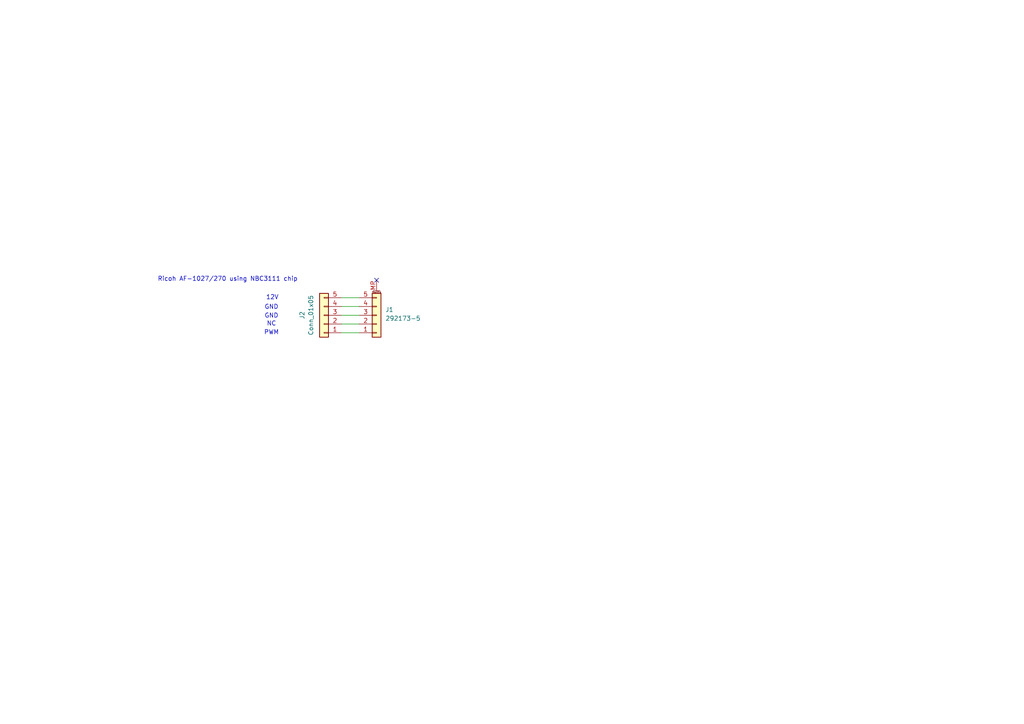
<source format=kicad_sch>
(kicad_sch (version 20231120) (generator "eeschema") (generator_version "8.0")
  (paper "A4")
  (lib_symbols
    (symbol "Connector_Generic:Conn_01x05" (pin_names (offset 1.016) hide)
      (property "Reference" "J" (at 0 7.62 0))
      (property "Value" "Conn_01x05" (at 0 -7.62 0))
      (symbol "Conn_01x05_1_1"
        (rectangle (start -1.27 -4.953) (end 0 -5.207) (stroke (width 0.1524)))
        (rectangle (start -1.27 -2.413) (end 0 -2.667) (stroke (width 0.1524)))
        (rectangle (start -1.27 0.127) (end 0 -0.127) (stroke (width 0.1524)))
        (rectangle (start -1.27 2.667) (end 0 2.413) (stroke (width 0.1524)))
        (rectangle (start -1.27 5.207) (end 0 4.953) (stroke (width 0.1524)))
        (rectangle (start -1.27 6.35) (end 1.27 -6.35) (stroke (width 0.254)) (fill (type background)))
        (pin passive line (at -5.08 5.08 0) (length 3.81) (name "Pin_1") (number "1"))
        (pin passive line (at -5.08 2.54 0) (length 3.81) (name "Pin_2") (number "2"))
        (pin passive line (at -5.08 0 0) (length 3.81) (name "Pin_3") (number "3"))
        (pin passive line (at -5.08 -2.54 0) (length 3.81) (name "Pin_4") (number "4"))
        (pin passive line (at -5.08 -5.08 0) (length 3.81) (name "Pin_5") (number "5"))
      )
    )
    (symbol "Connector_Generic_MountingPin:Conn_01x05_MountingPin" (pin_names (offset 1.016) hide)
      (property "Reference" "J" (at 0 7.62 0))
      (property "Value" "Conn_01x05_MountingPin" (at 1.27 -7.62 0))
      (symbol "Conn_01x05_MountingPin_1_1"
        (rectangle (start -1.27 -4.953) (end 0 -5.207) (stroke (width 0.1524)))
        (rectangle (start -1.27 -2.413) (end 0 -2.667) (stroke (width 0.1524)))
        (rectangle (start -1.27 0.127) (end 0 -0.127) (stroke (width 0.1524)))
        (rectangle (start -1.27 2.667) (end 0 2.413) (stroke (width 0.1524)))
        (rectangle (start -1.27 5.207) (end 0 4.953) (stroke (width 0.1524)))
        (rectangle (start -1.27 6.35) (end 1.27 -6.35) (stroke (width 0.254)) (fill (type background)))
        (polyline (pts (xy -1.016 -7.112) (xy 1.016 -7.112)) (stroke (width 0.1524)))
        (text "Mounting" (at 0 -6.731 0) (effects (font (size 0.381 0.381))))
        (pin passive line (at -5.08 5.08 0) (length 3.81) (name "Pin_1") (number "1"))
        (pin passive line (at -5.08 2.54 0) (length 3.81) (name "Pin_2") (number "2"))
        (pin passive line (at -5.08 0 0) (length 3.81) (name "Pin_3") (number "3"))
        (pin passive line (at -5.08 -2.54 0) (length 3.81) (name "Pin_4") (number "4"))
        (pin passive line (at -5.08 -5.08 0) (length 3.81) (name "Pin_5") (number "5"))
        (pin passive line (at 0 -10.16 90) (length 3.048) (name "MountPin") (number "MP"))
      )
    )
  )
  (no_connect (at 109.22 81.28))
  (wire (pts (xy 99.06 91.44) (xy 104.14 91.44)))
  (wire (pts (xy 99.06 86.36) (xy 104.14 86.36)))
  (wire (pts (xy 99.06 93.98) (xy 104.14 93.98)))
  (wire (pts (xy 99.06 88.9) (xy 104.14 88.9)))
  (wire (pts (xy 99.06 96.52) (xy 104.14 96.52)))
  (text "GND\n" (at 78.74 91.694 0) (effects (font (size 1.27 1.27))))
  (text "12V" (at 78.994 86.36 0) (effects (font (size 1.27 1.27))))
  (text "Ricoh AF-1027/270 using NBC3111 chip" (at 66.04 81.026 0) (effects (font (size 1.27 1.27))))
  (text "PWM" (at 78.74 96.52 0) (effects (font (size 1.27 1.27))))
  (text "GND\n" (at 78.74 89.154 0) (effects (font (size 1.27 1.27))))
  (text "NC" (at 78.74 93.98 0) (effects (font (size 1.27 1.27))))
  (symbol (lib_id "Connector_Generic_MountingPin:Conn_01x05_MountingPin") (at 109.22 91.44 0) (mirror x) (unit 1)
    (property "Reference" "J1" (at 111.76 89.8143 0) (effects (justify left)))
    (property "Value" "292173-5" (at 111.76 92.3543 0) (effects (justify left)))
    (property "Footprint" "mirrormotor:2921735" (effects (hide yes)))
    (property "Description" "Generic connectable mounting pin connector, single row, 01x05, script generated (kicad-library-utils/schlib/autogen/connector/)" (effects (hide yes)))
  )
  (symbol (lib_id "Connector_Generic:Conn_01x05") (at 93.98 91.44 180) (unit 1)
    (property "Reference" "J2" (at 87.63 91.44 90))
    (property "Value" "Conn_01x05" (at 90.17 91.44 90))
    (property "Footprint" "mirrormotor:PinHeader_1x05_P2.00mm_Vertical" (effects (hide yes)))
    (property "Description" "Generic connector, single row, 01x05, script generated (kicad-library-utils/schlib/autogen/connector/)" (effects (hide yes)))
  )
)
</source>
